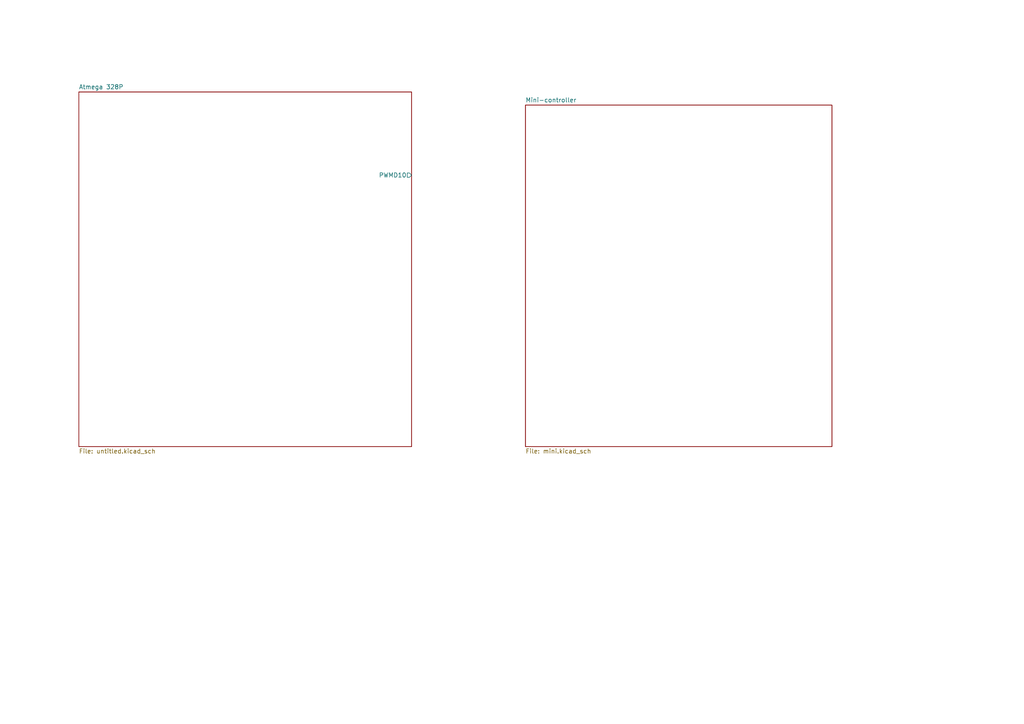
<source format=kicad_sch>
(kicad_sch
	(version 20231120)
	(generator "eeschema")
	(generator_version "8.0")
	(uuid "dbd7487d-5ddb-4431-a54e-88e336ed27ff")
	(paper "A4")
	(lib_symbols)
	(sheet
		(at 22.86 26.67)
		(size 96.52 102.87)
		(fields_autoplaced yes)
		(stroke
			(width 0.1524)
			(type solid)
		)
		(fill
			(color 0 0 0 0.0000)
		)
		(uuid "a0fe7e99-e973-4d3c-a2fa-a958ed0ae45b")
		(property "Sheetname" "Atmega 328P"
			(at 22.86 25.9584 0)
			(effects
				(font
					(size 1.27 1.27)
				)
				(justify left bottom)
			)
		)
		(property "Sheetfile" "untitled.kicad_sch"
			(at 22.86 130.1246 0)
			(effects
				(font
					(size 1.27 1.27)
				)
				(justify left top)
			)
		)
		(pin "PWMD10" output
			(at 119.38 50.8 0)
			(effects
				(font
					(size 1.27 1.27)
				)
				(justify right)
			)
			(uuid "e0b9bd78-87da-49ec-9c87-c5063456c22e")
		)
		(instances
			(project "Reaction Wheel"
				(path "/dbd7487d-5ddb-4431-a54e-88e336ed27ff"
					(page "2")
				)
			)
		)
	)
	(sheet
		(at 152.4 30.48)
		(size 88.9 99.06)
		(fields_autoplaced yes)
		(stroke
			(width 0.1524)
			(type solid)
		)
		(fill
			(color 0 0 0 0.0000)
		)
		(uuid "e5d7db47-1fff-4f4b-a3a4-c0d4c0d1cbae")
		(property "Sheetname" "Mini-controller"
			(at 152.4 29.7684 0)
			(effects
				(font
					(size 1.27 1.27)
				)
				(justify left bottom)
			)
		)
		(property "Sheetfile" "mini.kicad_sch"
			(at 152.4 130.1246 0)
			(effects
				(font
					(size 1.27 1.27)
				)
				(justify left top)
			)
		)
		(property "Field2" ""
			(at 152.4 30.48 0)
			(effects
				(font
					(size 1.27 1.27)
				)
				(hide yes)
			)
		)
		(property "Field3" ""
			(at 152.4 30.48 0)
			(effects
				(font
					(size 1.27 1.27)
				)
				(hide yes)
			)
		)
		(instances
			(project "Reaction Wheel"
				(path "/dbd7487d-5ddb-4431-a54e-88e336ed27ff"
					(page "3")
				)
			)
		)
	)
	(sheet_instances
		(path "/"
			(page "1")
		)
	)
)

</source>
